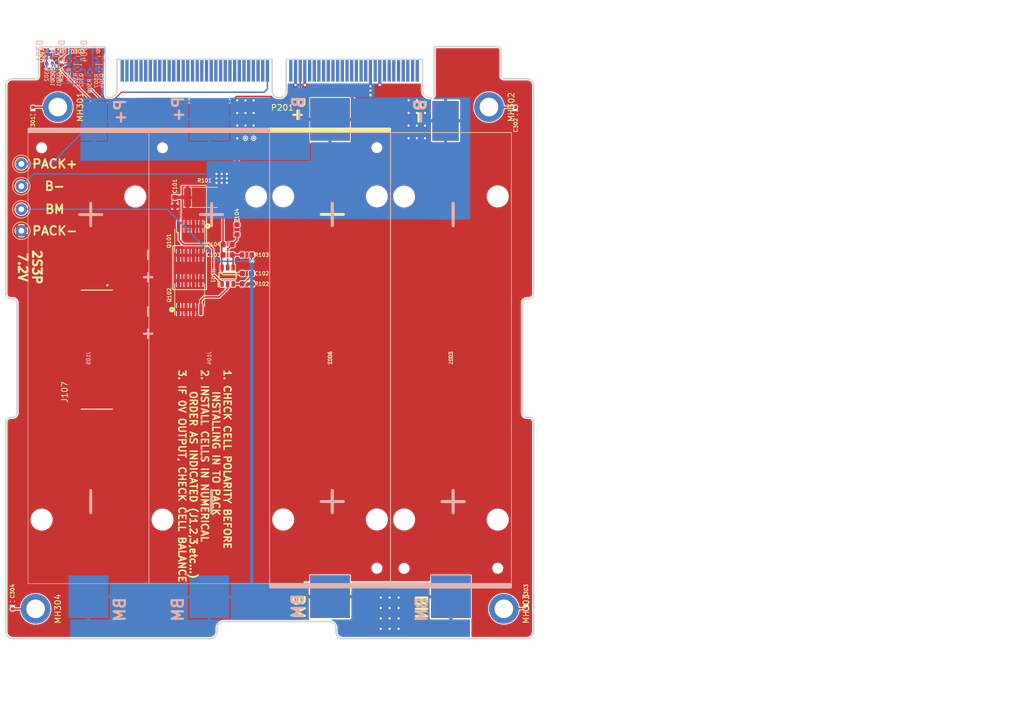
<source format=kicad_pcb>
(kicad_pcb (version 20211014) (generator pcbnew)
  (layers (0 "F.Cu" signal) (31 "B.Cu" signal) (34 "B.Paste" user) (35 "F.Paste" user) (36 "B.SilkS" user "B.Silkscreen") (37 "F.SilkS" user "F.Silkscreen") (38 "B.Mask" user) (39 "F.Mask" user) (44 "Edge.Cuts" user))
  (net 0 "")
  (net 1 "/VDD")
  (net 2 "B-")
  (net 3 "Net-(C101-Pad1)")
  (net 4 "PACK-")
  (net 5 "BM")
  (net 6 "PACK+")
  (net 7 "/V-")
  (net 8 "Net-(C103-Pad2)")
  (net 9 "Net-(D301-Pad1)")
  (net 10 "Net-(D301-Pad2)")
  (net 11 "Net-(D302-Pad1)")
  (net 12 "/SLI-Card/CHS")
  (net 13 "Net-(D302-Pad2)")
  (net 14 "Net-(D303-Pad1)")
  (net 15 "Net-(D303-Pad2)")
  (net 16 "Net-(D304-Pad1)")
  (net 17 "Net-(D304-Pad2)")
  (net 18 "/DOUT")
  (net 19 "/COUT")
  (net 20 "/Q1D_Q2S")
  (net 21 "/SLI-Card/SEP4")
  (net 22 "/SLI-Card/-X_SOLAR_PWR")
  (net 23 "/SLI-Card/-X_SOLAR_RTN")
  (net 24 "/SLI-Card/-X_SOLAR_TLE")
  (net 25 "/SLI-Card/H2-52")
  (net 26 "/SLI-Card/H1-52")
  (net 27 "/SLI-Card/H2-50")
  (net 28 "/SLI-Card/H1-50")
  (net 29 "/SLI-Card/USER_1")
  (net 30 "/SLI-Card/H1-46")
  (net 31 "/SLI-Card/H2-44")
  (net 32 "/SLI-Card/H1-44")
  (net 33 "/SLI-Card/H2-42")
  (net 34 "/SLI-Card/H1-42")
  (net 35 "/SLI-Card/H2-40")
  (net 36 "/SLI-Card/H1-40")
  (net 37 "/SLI-Card/H2-38")
  (net 38 "/SLI-Card/H1-38")
  (net 39 "/SLI-Card/H2-36")
  (net 40 "/SLI-Card/H1-36")
  (net 41 "/SLI-Card/H2-34")
  (net 42 "/SLI-Card/H1-34")
  (net 43 "/SLI-Card/5V_USB")
  (net 44 "/SLI-Card/SEP3")
  (net 45 "/SLI-Card/+Y_SOLAR_PWR")
  (net 46 "/SLI-Card/+Y_SOLAR_RTN")
  (net 47 "/SLI-Card/+Y_SOLAR_TLE")
  (net 48 "/SLI-Card/H2-51")
  (net 49 "/SLI-Card/H1-51")
  (net 50 "/SLI-Card/H2-49")
  (net 51 "/SLI-Card/USER_2")
  (net 52 "/SLI-Card/SELF_TEST")
  (net 53 "/SLI-Card/H1-45")
  (net 54 "/SLI-Card/H2-43")
  (net 55 "/SLI-Card/H1-43")
  (net 56 "/SLI-Card/H2-41")
  (net 57 "/SLI-Card/H1-41")
  (net 58 "/SLI-Card/H2-39")
  (net 59 "/SLI-Card/H1-39")
  (net 60 "/SLI-Card/H2-37")
  (net 61 "/SLI-Card/H1-37")
  (net 62 "/SLI-Card/H2-35")
  (net 63 "/SLI-Card/H1-35")
  (net 64 "/SLI-Card/H2-33")
  (net 65 "/SLI-Card/H1-33")
  (net 66 "/SLI-Card/AGND")
  (net 67 "/SLI-Card/H1-31")
  (net 68 "/SLI-Card/H2-28")
  (net 69 "/SLI-Card/H1-28")
  (net 70 "/SLI-Card/H2-26")
  (net 71 "/SLI-Card/H1-26")
  (net 72 "/SLI-Card/H2-24")
  (net 73 "/SLI-Card/H1-24")
  (net 74 "/SLI-Card/H2-22")
  (net 75 "/SLI-Card/H1-22")
  (net 76 "/SLI-Card/H2-20")
  (net 77 "/SLI-Card/H1-20")
  (net 78 "/SLI-Card/H2-18")
  (net 79 "/SLI-Card/H1-18")
  (net 80 "/SLI-Card/H2-16")
  (net 81 "/SLI-Card/H1-16")
  (net 82 "/SLI-Card/H2-14")
  (net 83 "/SLI-Card/H1-14")
  (net 84 "/SLI-Card/H2-12")
  (net 85 "/SLI-Card/H1-12")
  (net 86 "/SLI-Card/H2-10")
  (net 87 "/SLI-Card/H1-10")
  (net 88 "/SLI-Card/H2-8")
  (net 89 "/SLI-Card/H1-8")
  (net 90 "/SLI-Card/H2-6")
  (net 91 "/SLI-Card/H1-6")
  (net 92 "/SLI-Card/H2-4")
  (net 93 "/SLI-Card/H1-4")
  (net 94 "/SLI-Card/H2-2")
  (net 95 "/SLI-Card/+X_SOLAR_PWR")
  (net 96 "/SLI-Card/+X_SOLAR_RTN")
  (net 97 "/SLI-Card/+X_SOLAR_TLE")
  (net 98 "/SLI-Card/H1-27")
  (net 99 "/SLI-Card/H2-25")
  (net 100 "/SLI-Card/H1-25")
  (net 101 "/SLI-Card/H2-23")
  (net 102 "/SLI-Card/H1-23")
  (net 103 "/SLI-Card/H2-21")
  (net 104 "/SLI-Card/H1-21")
  (net 105 "/SLI-Card/H2-19")
  (net 106 "/SLI-Card/H1-19")
  (net 107 "/SLI-Card/H2-17")
  (net 108 "/SLI-Card/H1-17")
  (net 109 "/SLI-Card/H2-15")
  (net 110 "/SLI-Card/RBF")
  (net 111 "/SLI-Card/H2-13")
  (net 112 "/SLI-Card/H1-13")
  (net 113 "/SLI-Card/H2-11")
  (net 114 "/SLI-Card/H1-11")
  (net 115 "/SLI-Card/H2-9")
  (net 116 "/SLI-Card/H1-9")
  (net 117 "/SLI-Card/H2-7")
  (net 118 "/SLI-Card/H1-7")
  (net 119 "/SLI-Card/H2-5")
  (net 120 "/SLI-Card/H1-5")
  (net 121 "/SLI-Card/H2-3")
  (net 122 "/SLI-Card/H1-3")
  (net 123 "/SLI-Card/-Z_SOLAR_PWR")
  (net 124 "/SLI-Card/-Z_SOLAR_RTN")
  (net 125 "/SLI-Card/-Z_SOLAR_TLE")
  (net 126 "/SLI-Card/BUS_RESET")
  (net 127 "/SLI-Card/H1-30")
  (net 128 "/SLI-Card/SEP1")
  (net 129 "/SLI-Card/SEP2")
  (net 130 "Net-(Q301-Pad1)")
  (net 131 "Net-(Q302-Pad1)")
  (net 132 "Net-(Q303-Pad1)")
  (net 133 "Net-(Q304-Pad1)")
  (net 134 "/SLI-Card/H2-1")
  (net 135 "/SLI-Card/H1-1")
  (net 136 "/SLI-Card/3.3V_SYS")
  (net 137 "/SLI-Card/H1-2")
  (footprint "batteryboard-v01b_SLI_card:KEYSTONE-1042_ALT_J5" (layer "F.Cu") (at 129.2733 96.0501 -90)
    (fp_text reference "J103")
    (fp_text value "KEYSTONE-1042" hide)
  )
  (footprint "custom-footprints:SOT95P280X130-6N" (layer "F.Cu") (at 91.1225 81.9785 90)
    (fp_text reference "U101")
    (fp_text value "R5460N233AF" hide)
  )
  (footprint "batteryboard-v01b_SLI_card:KEYSTONE-1042" (layer "F.Cu") (at 108.6231 96.0247 90)
    (fp_text reference "J106")
    (fp_text value "KEYSTONE-1042" hide)
  )
  (footprint "Capacitor_SMD:C_0603_1608Metric" (layer "F.Cu") (at 91.1225 76.6445)
    (fp_text reference "C104")
    (fp_text value "0.1uF")
  )
  (footprint "Capacitor_SMD:C_0603_1608Metric" (layer "F.Cu") (at 91.1225 78.4225)
    (fp_text reference "C103")
    (fp_text value "0.1uF")
  )
  (footprint "Capacitor_SMD:C_0603_1608Metric" (layer "F.Cu") (at 94.4245 81.5975)
    (fp_text reference "C102")
    (fp_text value "0.1uF")
  )
  (footprint "Capacitor_SMD:C_0603_1608Metric" (layer "F.Cu") (at 82.1055 69.342 -90)
    (fp_text reference "C101")
    (fp_text value "0.1uF")
  )
  (footprint "Resistor_SMD:R_0603_1608Metric" (layer "F.Cu") (at 92.71 74.1045 -90)
    (fp_text reference "R104")
    (fp_text value "330")
  )
  (footprint "Resistor_SMD:R_0603_1608Metric" (layer "F.Cu") (at 94.4245 78.4225 180)
    (fp_text reference "R103")
    (fp_text value "330")
  )
  (footprint "Package_SO:SOIC-8_3.9x4.9mm_P1.27mm" (layer "F.Cu") (at 84.6455 85.2805 90)
    (fp_text reference "Q102")
    (fp_text value "IRF7458")
  )
  (footprint "Package_SO:SOIC-8_3.9x4.9mm_P1.27mm" (layer "F.Cu") (at 84.6455 76.0095 -90)
    (fp_text reference "Q101")
    (fp_text value "IRF7458")
  )
  (footprint "Resistor_SMD:R_0603_1608Metric" (layer "F.Cu") (at 94.4245 83.3755)
    (fp_text reference "R102")
    (fp_text value "1K")
  )
  (footprint "Resistor_SMD:R_2512_6332Metric" (layer "F.Cu") (at 87.249 68.58 180)
    (fp_text reference "R101")
    (fp_text value "0.01")
  )
  (footprint "TestPoint:TestPoint_Loop_D1.80mm_Drill1.0mm_Beaded" (layer "F.Cu") (at 55.88 66.675 90)
    (fp_text reference "TP101" hide)
    (fp_text value "TestPoint")
  )
  (footprint "TestPoint:TestPoint_Loop_D1.80mm_Drill1.0mm_Beaded" (layer "F.Cu") (at 55.88 70.612 90)
    (fp_text reference "TP102" hide)
    (fp_text value "TestPoint")
  )
  (footprint "TestPoint:TestPoint_Loop_D1.80mm_Drill1.0mm_Beaded" (layer "F.Cu") (at 55.88 74.295 90)
    (fp_text reference "TP103" hide)
    (fp_text value "TestPoint")
  )
  (footprint "TestPoint:TestPoint_Loop_D1.80mm_Drill1.0mm_Beaded" (layer "F.Cu") (at 55.88 62.865 90)
    (fp_text reference "TP104" hide)
    (fp_text value "TestPoint")
  )
  (footprint "Capacitor_SMD:C_0402_1005Metric" (layer "F.Cu") (at 57.8485 53.6575 90)
    (fp_text reference "C301")
    (fp_text value "0.1uF")
  )
  (footprint "Capacitor_SMD:C_0402_1005Metric" (layer "F.Cu") (at 140.2715 53.6575 90)
    (fp_text reference "C302")
    (fp_text value "0.1uF")
  )
  (footprint "Capacitor_SMD:C_0402_1005Metric" (layer "F.Cu") (at 142.113 138.3665 -90)
    (fp_text reference "C303")
    (fp_text value "0.1uF")
  )
  (footprint "Capacitor_SMD:C_0402_1005Metric" (layer "F.Cu") (at 54.356 138.43 -90)
    (fp_text reference "C304")
    (fp_text value "0.1uF")
  )
  (footprint "SLI-Blank-Card:APA2107x" (layer "F.Cu") (at 62.792178 43.59148 -90)
    (fp_text reference "D303")
    (fp_text value "GREEN")
  )
  (footprint "SLI-Blank-Card:125mil_hole" (layer "F.Cu") (at 62.1184 53.1572 90)
    (fp_text reference "MH301")
    (fp_text value "MountingHole_Pad")
  )
  (footprint "SLI-Blank-Card:125mil_hole" (layer "F.Cu") (at 135.7784 53.1572 90)
    (fp_text reference "MH302")
    (fp_text value "SLI-Backplane-Blank-Card-KiCad:125mil_hole")
  )
  (footprint "SLI-Blank-Card:125mil_hole" (layer "F.Cu") (at 138.3184 138.8872 90)
    (fp_text reference "MH303")
    (fp_text value "SLI-Backplane-Blank-Card-KiCad:125mil_hole")
  )
  (footprint "SLI-Blank-Card:125mil_hole" (layer "F.Cu") (at 58.3184 138.8872 90)
    (fp_text reference "MH304")
    (fp_text value "SLI-Backplane-Blank-Card-KiCad:125mil_hole")
  )
  (footprint "SLI-Blank-Card:HSEC8-160-CARD-EDGE" (layer "F.Cu") (at 98.72222 45.004353)
    (fp_text reference "P201")
    (fp_text value "Conn_02x60_Top_Bottom")
  )
  (footprint "Package_TO_SOT_SMD:SOT-723" (layer "F.Cu") (at 60.579 44.1706 90)
    (fp_text reference "Q303")
    (fp_text value "BC847BM3T5G")
  )
  (footprint "Resistor_SMD:R_0402_1005Metric" (layer "F.Cu") (at 62.6618 45.466 90)
    (fp_text reference "R306")
    (fp_text value "1.5k")
  )
  (footprint "Resistor_SMD:R_0402_1005Metric" (layer "F.Cu") (at 60.6806 45.6946)
    (fp_text reference "R305")
    (fp_text value "1.5k")
  )
  (footprint "S2M-110-02-F-D:SAMTEC_S2M-110-02-X-D" (layer "F.Cu") (at 68.3 94.6 90)
    (fp_text reference "J107")
    (fp_text value "SAMTEC_S2M-110-02-X-D")
  )
  (footprint "batteryboard-v01b_SLI_card:KEYSTONE-1042" (layer "B.Cu") (at 87.9983 96.0501 90)
    (fp_text reference "J104")
    (fp_text value "KEYSTONE-1042" hide)
  )
  (footprint "batteryboard-v01b_SLI_card:KEYSTONE-1042_ALT_J1" (layer "B.Cu") (at 129.2733 96.0247 -90)
    (fp_text reference "J101")
    (fp_text value "KEYSTONE-1042" hide)
  )
  (footprint "batteryboard-v01b_SLI_card:KEYSTONE-1042" (layer "B.Cu") (at 108.6231 96.0247 -90)
    (fp_text reference "J102")
    (fp_text value "KEYSTONE-1042" hide)
  )
  (footprint "batteryboard-v01b_SLI_card:KEYSTONE-1042_alt_J4" (layer "B.Cu") (at 67.3481 96.0501 90)
    (fp_text reference "J105")
    (fp_text value "KEYSTONE-1042" hide)
  )
  (footprint "SLI-Blank-Card:APA2107x" (layer "B.Cu") (at 61.392181 43.59148 -90)
    (fp_text reference "D301")
    (fp_text value "RED")
  )
  (footprint "SLI-Blank-Card:APA2107x" (layer "B.Cu") (at 65.192173 43.59148 -90)
    (fp_text reference "D302")
    (fp_text value "YELLOW")
  )
  (footprint "SLI-Blank-Card:APA2107x" (layer "B.Cu") (at 68.992191 43.59148 -90)
    (fp_text reference "D304")
    (fp_text value "ORANGE")
  )
  (footprint "Package_TO_SOT_SMD:SOT-723" (layer "B.Cu") (at 61.7474 45.1866)
    (fp_text reference "Q301")
    (fp_text value "MMBT4403M3T5G")
  )
  (footprint "Package_TO_SOT_SMD:SOT-723" (layer "B.Cu") (at 65.532 45.1866)
    (fp_text reference "Q302")
    (fp_text value "BC847BM3T5G")
  )
  (footprint "Package_TO_SOT_SMD:SOT-723" (layer "B.Cu") (at 69.2404 45.1866)
    (fp_text reference "Q304")
    (fp_text value "BC847BM3T5G")
  )
  (footprint "Resistor_SMD:R_0402_1005Metric" (layer "B.Cu") (at 60.198 45.2882 90)
    (fp_text reference "R302")
    (fp_text value "1.5k")
  )
  (footprint "Resistor_SMD:R_0402_1005Metric" (layer "B.Cu") (at 64.0334 45.2882 90)
    (fp_text reference "R304")
    (fp_text value "1.5k")
  )
  (footprint "Resistor_SMD:R_0402_1005Metric" (layer "B.Cu") (at 67.6148 47.244 90)
    (fp_text reference "R308")
    (fp_text value "1.5k")
  )
  (footprint "Resistor_SMD:R_0402_1005Metric" (layer "B.Cu") (at 61.6712 46.736)
    (fp_text reference "R301")
    (fp_text value "1.5k")
  )
  (footprint "Resistor_SMD:R_0402_1005Metric" (layer "B.Cu") (at 65.4812 46.736)
    (fp_text reference "R303")
    (fp_text value "1.5k")
  )
  (footprint "Resistor_SMD:R_0402_1005Metric" (layer "B.Cu") (at 69.1642 46.736)
    (fp_text reference "R307")
    (fp_text value "1.5k")
  )
  (gr_circle (center 87.7189 73.4949) (end 87.7443 73.4187) (layer "F.SilkS") (width 0.4) (fill none))
  (gr_circle (center 81.5975 87.7697) (end 81.6229 87.6935) (layer "F.SilkS") (width 0.4) (fill none))
  (gr_line (start 109.626402 142.773398) (end 109.626402 142.239998) (layer "Edge.Cuts") (width 0.254))
  (gr_arc (start 110.820202 143.967198) (mid 109.976058 143.617542) (end 109.626402 142.773398) (layer "Edge.Cuts") (width 0.254))
  (gr_line (start 64.742214 42.841363) (end 69.442149 42.841363) (layer "Edge.Cuts") (width 0.254))
  (gr_line (start 141.503402 105.409998) (end 141.503402 86.639398) (layer "Edge.Cuts") (width 0.254))
  (gr_arc (start 101.12221 50.37937) (mid 99.922212 51.579361) (end 98.72223 50.379354) (layer "Edge.Cuts") (width 0.254))
  (gr_arc (start 125.622219 51.579361) (mid 124.7737 51.227891) (end 124.422232 50.379371) (layer "Edge.Cuts") (width 0.254))
  (gr_arc (start 72.22222 50.329342) (mid 71.870751 51.177862) (end 71.022232 51.529331) (layer "Edge.Cuts") (width 0.254))
  (gr_arc (start 142.305524 48.3247) (mid 143.085375 48.647724) (end 143.408402 49.427575) (layer "Edge.Cuts") (width 0.254))
  (gr_line (start 126.422213 51.004361) (end 126.422213 44.904363) (layer "Edge.Cuts") (width 0.254))
  (gr_line (start 101.12221 50.379354) (end 101.12221 45.004363) (layer "Edge.Cuts") (width 0.254))
  (gr_line (start 98.72223 50.379354) (end 98.72223 45.004363) (layer "Edge.Cuts") (width 0.254))
  (gr_line (start 101.12222 45.004353) (end 124.422222 45.004353) (layer "Edge.Cuts") (width 0.254))
  (gr_line (start 70.222239 50.954331) (end 70.222239 44.854333) (layer "Edge.Cuts") (width 0.254))
  (gr_line (start 124.422232 50.379354) (end 124.422232 45.004363) (layer "Edge.Cuts") (width 0.254))
  (gr_arc (start 53.238402 49.425142) (mid 53.560715 48.64701) (end 54.338847 48.324697) (layer "Edge.Cuts") (width 0.254))
  (gr_line (start 125.62222 51.579361) (end 125.847213 51.579361) (layer "Edge.Cuts") (width 0.254))
  (gr_arc (start 58.822003 47.841541) (mid 58.68049 48.183184) (end 58.338847 48.324697) (layer "Edge.Cuts") (width 0.254))
  (gr_line (start 72.22222 50.329323) (end 72.22222 45.004353) (layer "Edge.Cuts") (width 0.254))
  (gr_arc (start 142.265402 106.171998) (mid 141.726587 105.948813) (end 141.503402 105.409998) (layer "Edge.Cuts") (width 0.254))
  (gr_line (start 70.797239 51.529331) (end 71.022232 51.529331) (layer "Edge.Cuts") (width 0.254))
  (gr_line (start 72.22222 45.00435) (end 98.72222 45.004353) (layer "Edge.Cuts") (width 0.254))
  (gr_line (start 127.04006 42.822678) (end 127.74679 42.822678) (layer "Edge.Cuts") (width 0.254))
  (gr_arc (start 126.422213 51.004364) (mid 126.253799 51.41095) (end 125.847213 51.579364) (layer "Edge.Cuts") (width 0.254))
  (gr_arc (start 54.000402 85.877398) (mid 53.461587 85.654213) (end 53.238402 85.115398) (layer "Edge.Cuts") (width 0.254))
  (gr_arc (start 58.822186 43.41637) (mid 58.990603 43.009775) (end 59.397198 42.841358) (layer "Edge.Cuts") (width 0.254))
  (gr_arc (start 143.408402 85.115398) (mid 143.185217 85.654213) (end 142.646402 85.877398) (layer "Edge.Cuts") (width 0.254))
  (gr_line (start 137.822185 47.841355) (end 137.822185 43.391372) (layer "Edge.Cuts") (width 0.254))
  (gr_arc (start 55.143402 105.409998) (mid 54.920217 105.948813) (end 54.381402 106.171998) (layer "Edge.Cuts") (width 0.254))
  (gr_arc (start 89.306402 142.239998) (mid 89.656058 141.395854) (end 90.500202 141.046198) (layer "Edge.Cuts") (width 0.254))
  (gr_line (start 53.238402 85.115398) (end 53.238402 49.425142) (layer "Edge.Cuts") (width 0.254))
  (gr_arc (start 142.646402 106.171998) (mid 143.185217 106.395183) (end 143.408402 106.933998) (layer "Edge.Cuts") (width 0.254))
  (gr_line (start 54.000402 85.877398) (end 54.381402 85.877398) (layer "Edge.Cuts") (width 0.254))
  (gr_arc (start 54.381402 85.877398) (mid 54.920217 86.100583) (end 55.143402 86.639398) (layer "Edge.Cuts") (width 0.254))
  (gr_arc (start 138.305527 48.324697) (mid 137.963753 48.183129) (end 137.822185 47.841355) (layer "Edge.Cuts") (width 0.254))
  (gr_arc (start 137.253494 42.822681) (mid 137.655619 42.989247) (end 137.822185 43.391372) (layer "Edge.Cuts") (width 0.254))
  (gr_line (start 89.306402 142.773398) (end 89.306402 142.239998) (layer "Edge.Cuts") (width 0.254))
  (gr_line (start 54.338847 48.324697) (end 58.338847 48.324697) (layer "Edge.Cuts") (width 0.254))
  (gr_arc (start 70.797239 51.529333) (mid 70.390653 51.360919) (end 70.222239 50.954333) (layer "Edge.Cuts") (width 0.254))
  (gr_line (start 143.408402 85.115398) (end 143.408402 49.427575) (layer "Edge.Cuts") (width 0.254))
  (gr_arc (start 53.238402 106.933998) (mid 53.461587 106.395183) (end 54.000402 106.171998) (layer "Edge.Cuts") (width 0.254))
  (gr_line (start 138.305527 48.324697) (end 142.305524 48.324697) (layer "Edge.Cuts") (width 0.254))
  (gr_line (start 58.822003 47.841541) (end 58.822003 43.415476) (layer "Edge.Cuts") (width 0.254))
  (gr_line (start 142.265402 106.171998) (end 142.646402 106.171998) (layer "Edge.Cuts") (width 0.254))
  (gr_arc (start 143.408402 142.773398) (mid 143.058746 143.617542) (end 142.214602 143.967198) (layer "Edge.Cuts") (width 0.254))
  (gr_arc (start 108.432602 141.046198) (mid 109.276746 141.395854) (end 109.626402 142.239998) (layer "Edge.Cuts") (width 0.254))
  (gr_arc (start 89.306402 142.773398) (mid 88.956746 143.617542) (end 88.112602 143.967198) (layer "Edge.Cuts") (width 0.254))
  (gr_line (start 142.265402 85.877398) (end 142.646402 85.877398) (layer "Edge.Cuts") (width 0.254))
  (gr_line (start 90.500202 141.046198) (end 108.432602 141.046198) (layer "Edge.Cuts") (width 0.254))
  (gr_line (start 70.222203 44.854351) (end 70.222203 42.84137) (layer "Edge.Cuts") (width 0.254))
  (gr_line (start 126.422177 44.904381) (end 126.422177 42.822681) (layer "Edge.Cuts") (width 0.254))
  (gr_line (start 126.422177 42.822681) (end 127.040068 42.822681) (layer "Edge.Cuts") (width 0.254))
  (gr_arc (start 141.503402 86.639398) (mid 141.726587 86.100583) (end 142.265402 85.877398) (layer "Edge.Cuts") (width 0.254))
  (gr_line (start 59.397198 42.841358) (end 64.742207 42.841358) (layer "Edge.Cuts") (width 0.254))
  (gr_line (start 127.74679 42.822678) (end 137.253494 42.822681) (layer "Edge.Cuts") (width 0.254))
  (gr_line (start 53.238393 142.697198) (end 53.238402 106.933998) (layer "Edge.Cuts") (width 0.254))
  (gr_line (start 69.442154 42.84137) (end 70.222203 42.84137) (layer "Edge.Cuts") (width 0.254))
  (gr_arc (start 54.356002 143.967198) (mid 53.534176 143.563661) (end 53.238402 142.697198) (layer "Edge.Cuts") (width 0.254))
  (gr_line (start 110.820202 143.967198) (end 142.214602 143.967198) (layer "Edge.Cuts") (width 0.254))
  (gr_line (start 143.408402 142.773398) (end 143.408402 106.933998) (layer "Edge.Cuts") (width 0.254))
  (gr_line (start 54.000402 106.171998) (end 54.381402 106.171998) (layer "Edge.Cuts") (width 0.254))
  (gr_line (start 54.356002 143.967195) (end 88.112602 143.967198) (layer "Edge.Cuts") (width 0.254))
  (gr_line (start 55.143402 105.409998) (end 55.143402 86.639398) (layer "Edge.Cuts") (width 0.254))
  (gr_text "BM" (at 103.0605 138.43 90) (layer "B.SilkS") (effects (font (size 1.905 1.905) (thickness 0.381)) (justify mirror)))
  (gr_text "BM" (at 82.6135 139.0015 90) (layer "B.SilkS") (effects (font (size 1.905 1.905) (thickness 0.381)) (justify mirror)))
  (gr_text "BM" (at 72.7075 139.0015 90) (layer "B.SilkS") (effects (font (size 1.905 1.905) (thickness 0.381)) (justify mirror)))
  (gr_text "BM" (at 124.2695 139.0015 90) (layer "B.SilkS") (effects (font (size 1.905 1.905) (thickness 0.381)) (justify mirror)))
  (gr_text "B-" (at 124.0155 53.975 90) (layer "B.SilkS") (effects (font (size 1.905 1.905) (thickness 0.381)) (justify mirror)))
  (gr_text "B-" (at 103.1875 53.467 90) (layer "B.SilkS") (effects (font (size 1.905 1.905) (thickness 0.381)) (justify mirror)))
  (gr_text "P+" (at 82.677 53.5305 90) (layer "B.SilkS") (effects (font (size 1.905 1.905) (thickness 0.381)) (justify mirror)))
  (gr_text "P+" (at 72.771 53.975 90) (layer "B.SilkS") (effects (font (size 1.905 1.905) (thickness 0.381)) (justify mirror)))
  (gr_text "- +" (at 77.4065 80.3275 90) (layer "B.SilkS") (effects (font (size 1.905 1.905) (thickness 0.381)) (justify mirror)))
  (gr_text "- +" (at 77.4065 89.9795 90) (layer "B.SilkS") (effects (font (size 1.905 1.905) (thickness 0.381)) (justify mirror)))
  (gr_text "BM" (at 124.1425 138.557 270) (layer "F.SilkS") (effects (font (size 1.905 1.905) (thickness 0.381))))
  (gr_text "B-" (at 123.8885 53.975 270) (layer "F.SilkS") (effects (font (size 1.905 1.905) (thickness 0.381))))
  (gr_text "P+" (at 103.1875 53.5305 270) (layer "F.SilkS") (effects (font (size 1.905 1.905) (thickness 0.381))))
  (gr_text "2S3P\n7.2V" (at 57.3405 80.518 -90) (layer "F.SilkS") (effects (font (size 1.5 1.5) (thickness 0.355))))
  (gr_text "1. CHECK CELL POLARITY BEFORE \n    INSTALLING IN TO PACK\n2. INSTALL CELLS IN NUMERICAL \n    ORDER AS INDICATED (J1,2,3,etc...)\n3. IF 0V OUTPUT, CHECK CELL BALANCE" (at 87.2 97.9 270) (layer "F.SilkS") (effects (font (size 1.2 1.2) (thickness 0.254)) (justify left)))
  (gr_text "PACK-" (at 61.595 74.295) (layer "F.SilkS") (effects (font (size 1.5 1.5) (thickness 0.3))))
  (gr_text "BM" (at 103.251 138.4935 270) (layer "F.SilkS") (effects (font (size 1.905 1.905) (thickness 0.381))))
  (gr_text "BM" (at 61.595 70.612) (layer "F.SilkS") (effects (font (size 1.5 1.5) (thickness 0.3))))
  (gr_text "B-" (at 61.595 66.675) (layer "F.SilkS") (effects (font (size 1.5 1.5) (thickness 0.3))))
  (gr_text "PACK+" (at 61.595 62.865) (layer "F.SilkS") (effects (font (size 1.5 1.5) (thickness 0.3))))
  (via (at 95.5675 58.4835) (size 0.5842) (drill 0.381) (layers "F.Cu" "B.Cu") (net 0))
  (via (at 94.1705 58.4835) (size 0.5842) (drill 0.381) (layers "F.Cu" "B.Cu") (net 0))
  (segment (start 91.8845 76.6445) (end 91.91 76.6445) (width 0.2794) (layer "F.Cu") (net 1))
  (segment (start 92.71 74.892) (end 92.71 75.8445) (width 0.2794) (layer "F.Cu") (net 1))
  (segment (start 91.1225 77.4065) (end 91.8845 76.6445) (width 0.2794) (layer "F.Cu") (net 1))
  (segment (start 91.1225 80.5785) (end 91.1225 77.4065) (width 0.2794) (layer "F.Cu") (net 1))
  (segment (start 92.71 75.8445) (end 91.91 76.6445) (width 0.2794) (layer "F.Cu") (net 1))
  (segment (start 90.1065 80.5125) (end 90.1065 78.4225) (width 0.2794) (layer "F.Cu") (net 2))
  (segment (start 90.1065 76.873) (end 90.335 76.6445) (width 0.2794) (layer "F.Cu") (net 2))
  (segment (start 90.4121 81.5975) (end 90.1725 81.3579) (width 0.2794) (layer "F.Cu") (net 2))
  (segment (start 90.335 76.6445) (end 90.335 68.766) (width 0.2794) (layer "F.Cu") (net 2))
  (segment (start 93.637 81.5975) (end 90.4121 81.5975) (width 0.2794) (layer "F.Cu") (net 2))
  (segment (start 90.1725 81.3579) (end 90.1725 80.5785) (width 0.2794) (layer "F.Cu") (net 2))
  (segment (start 90.1725 80.5785) (end 90.1065 80.5125) (width 0.2794) (layer "F.Cu") (net 2))
  (segment (start 90.335 68.766) (end 90.149 68.58) (width 0.2794) (layer "F.Cu") (net 2))
  (segment (start 90.1065 78.4225) (end 90.1065 76.873) (width 0.2794) (layer "F.Cu") (net 2))
  (segment (start 90.335 78.4225) (end 90.1065 78.4225) (width 0.2794) (layer "F.Cu") (net 2))
  (via (at 90.1065 65.3415) (size 0.5842) (drill 0.381) (layers "F.Cu" "B.Cu") (net 2))
  (via (at 90.1065 64.5795) (size 0.5842) (drill 0.381) (layers "F.Cu" "B.Cu") (net 2))
  (via (at 90.1065 66.1035) (size 0.5842) (drill 0.381) (layers "F.Cu" "B.Cu") (net 2))
  (via (at 90.9955 65.3415) (size 0.5842) (drill 0.381) (layers "F.Cu" "B.Cu") (net 2))
  (via (at 90.9955 66.1035) (size 0.5842) (drill 0.381) (layers "F.Cu" "B.Cu") (net 2))
  (via (at 90.9955 64.5795) (size 0.5842) (drill 0.381) (layers "F.Cu" "B.Cu") (net 2))
  (via (at 124.841 54.1655) (size 0.5842) (drill 0.381) (layers "F.Cu" "B.Cu") (net 2))
  (via (at 122.047 54.1655) (size 0.5842) (drill 0.381) (layers "F.Cu" "B.Cu") (net 2))
  (via (at 124.841 58.4835) (size 0.5842) (drill 0.381) (layers "F.Cu" "B.Cu") (net 2))
  (via (at 123.444 58.4835) (size 0.5842) (drill 0.381) (layers "F.Cu" "B.Cu") (net 2))
  (via (at 123.444 52.0065) (size 0.5842) (drill 0.381) (layers "F.Cu" "B.Cu") (net 2))
  (via (at 122.047 58.4835) (size 0.5842) (drill 0.381) (layers "F.Cu" "B.Cu") (net 2))
  (via (at 123.444 54.1655) (size 0.5842) (drill 0.381) (layers "F.Cu" "B.Cu") (net 2))
  (via (at 124.841 56.3245) (size 0.5842) (drill 0.381) (layers "F.Cu" "B.Cu") (net 2))
  (via (at 123.444 56.3245) (size 0.5842) (drill 0.381) (layers "F.Cu" "B.Cu") (net 2))
  (via (at 122.047 56.3245) (size 0.5842) (drill 0.381) (layers "F.Cu" "B.Cu") (net 2))
  (via (at 122.047 52.0065) (size 0.5842) (drill 0.381) (layers "F.Cu" "B.Cu") (net 2))
  (via (at 89.2175 66.1035) (size 0.5842) (drill 0.381) (layers "F.Cu" "B.Cu") (net 2))
  (via (at 89.2175 64.5795) (size 0.5842) (drill 0.381) (layers "F.Cu" "B.Cu") (net 2))
  (via (at 89.2175 65.3415) (size 0.5842) (drill 0.381) (layers "F.Cu" "B.Cu") (net 2))
  (segment (start 57.9755 64.5795) (end 89.2175 64.5795) (width 0.254) (layer "B.Cu") (net 2))
  (segment (start 55.88 66.675) (end 57.9755 64.5795) (width 0.254) (layer "B.Cu") (net 2))
  (segment (start 82.1055 68.5545) (end 84.3235 68.5545) (width 0.6096) (layer "F.Cu") (net 3))
  (segment (start 84.3235 68.5545) (end 84.349 68.58) (width 0.6096) (layer "F.Cu") (net 3))
  (segment (start 65.532 48.4886) (end 65.4939 48.5267) (width 0.254) (layer "F.Cu") (net 4))
  (segment (start 65.5193 48.4886) (end 65.4939 48.4632) (width 0.254) (layer "F.Cu") (net 4))
  (segment (start 117.12222 49.37478) (end 117.12222 49.37478) (width 0.508) (layer "F.Cu") (net 4))
  (segment (start 102.72222 49.403) (end 102.72222 49.403) (width 0.508) (layer "F.Cu") (net 4))
  (segment (start 104.32222 49.403) (end 104.32222 49.403) (width 0.508) (layer "F.Cu") (net 4))
  (segment (start 61.3699 44.7456) (end 60.979 44.7456) (width 0.254) (layer "F.Cu") (net 4))
  (segment (start 104.32222 47.586573) (end 104.32222 49.403) (width 0.508) (layer "F.Cu") (net 4))
  (segment (start 61.8109 45.1866) (end 61.3699 44.7456) (width 0.254) (layer "F.Cu") (net 4))
  (segment (start 65.4939 48.4632) (end 65.4939 46.5836) (width 0.2032) (layer "F.Cu") (net 4))
  (segment (start 117.12222 47.531353) (end 117.12222 49.37478) (width 0.508) (layer "F.Cu") (net 4))
  (segment (start 65.4939 46.5836) (end 66.1289 45.9486) (width 0.2032) (layer "F.Cu") (net 4))
  (segment (start 102.72222 47.574073) (end 102.72222 49.403) (width 0.508) (layer "F.Cu") (net 4))
  (via (at 66.1289 45.9486) (size 0.381) (drill 0.1524) (layers "F.Cu" "B.Cu") (net 4))
  (via (at 65.4939 48.4632) (size 0.381) (drill 0.1524) (layers "F.Cu" "B.Cu") (net 4))
  (via (at 61.8109 45.1866) (size 0.381) (drill 0.1524) (layers "F.Cu" "B.Cu") (net 4))
  (via (at 117.12222 49.37478) (size 0.5842) (drill 0.381) (layers "F.Cu" "B.Cu") (net 4))
  (via (at 102.72222 49.403) (size 0.5842) (drill 0.381) (layers "F.Cu" "B.Cu") (net 4))
  (via (at 104.32222 49.403) (size 0.5842) (drill 0.381) (layers "F.Cu" "B.Cu") (net 4))
  (segment (start 66.5226 48.4886) (end 66.5226 48.4886) (width 0.2032) (layer "B.Cu") (net 4))
  (segment (start 68.3768 48.4886) (end 66.8528 48.4886) (width 0.2032) (layer "B.Cu") (net 4))
  (segment (start 68.6654 44.7866) (end 68.6753 44.7866) (width 0.2032) (layer "B.Cu") (net 4))
  (segment (start 65.4939 45.7327) (end 65.7098 45.9486) (width 0.2032) (layer "B.Cu") (net 4))
  (segment (start 65.5193 48.4886) (end 65.4939 48.4632) (width 0.2032) (layer "B.Cu") (net 4))
  (segment (start 65.4939 45.3235) (end 65.4939 45.7327) (width 0.2032) (layer "B.Cu") (net 4))
  (segment (start 66.8528 48.4886) (end 65.5193 48.4886) (width 0.2032) (layer "B.Cu") (net 4))
  (segment (start 65.7098 45.9486) (end 66.1289 45.9486) (width 0.2032) (layer "B.Cu") (net 4))
  (segment (start 68.6654 44.7866) (end 69.12741 45.24861) (width 0.2032) (layer "B.Cu") (net 4))
  (segment (start 66.8528 48.4886) (end 66.5226 48.4886) (width 0.2032) (layer "B.Cu") (net 4))
  (segment (start 64.957 44.7866) (end 65.4939 45.3235) (width 0.2032) (layer "B.Cu") (net 4))
  (segment (start 62.1812 46.736) (end 63.3984 46.736) (width 0.254) (layer "B.Cu") (net 4))
  (segment (start 69.17559 47.68981) (end 68.5292 48.3362) (width 0.2032) (layer "B.Cu") (net 4))
  (segment (start 68.5292 48.3362) (end 68.3768 48.4886) (width 0.2032) (layer "B.Cu") (net 4))
  (segment (start 62.3224 46.5948) (end 62.1812 46.736) (width 0.254) (layer "B.Cu") (net 4))
  (segment (start 63.3984 46.736) (end 64.0334 47.371) (width 0.254) (layer "B.Cu") (net 4))
  (segment (start 69.15281 46.400386) (end 69.15281 47.71259) (width 0.2032) (layer "B.Cu") (net 4))
  (segment (start 62.3224 45.1866) (end 61.8744 45.1866) (width 0.254) (layer "B.Cu") (net 4))
  (segment (start 102.72222 47.404353) (end 102.72222 49.23328) (width 0.508) (layer "B.Cu") (net 4))
  (segment (start 69.15281 47.71259) (end 68.9102 47.9552) (width 0.2032) (layer "B.Cu") (net 4))
  (segment (start 65.1256 48.4632) (end 65.4939 48.4632) (width 0.254) (layer "B.Cu") (net 4))
  (segment (start 62.3224 45.8816) (end 62.1812 46.0228) (width 0.254) (layer "B.Cu") (net 4))
  (segment (start 69.12741 45.24861) (end 69.12741 46.374986) (width 0.2032) (layer "B.Cu") (net 4))
  (segment (start 104.30972 49.23328) (end 104.32222 49.22078) (width 0.508) (layer "B.Cu") (net 4))
  (segment (start 64.0334 47.371) (end 65.1256 48.4632) (width 0.254) (layer "B.Cu") (net 4))
  (segment (start 102.72222 49.403) (end 104.30972 49.403) (width 0.508) (layer "B.Cu") (net 4))
  (segment (start 69.12741 47.73799) (end 68.9102 47.9552) (width 0.2032) (layer "B.Cu") (net 4))
  (segment (start 62.1812 46.0228) (end 62.1812 46.736) (width 0.254) (layer "B.Cu") (net 4))
  (segment (start 68.9102 47.9552) (end 68.5292 48.3362) (width 0.2032) (layer "B.Cu") (net 4))
  (segment (start 62.3224 45.1866) (end 62.3224 45.8816) (width 0.254) (layer "B.Cu") (net 4))
  (segment (start 117.12222 47.404353) (end 117.12222 49.24778) (width 0.508) (layer "B.Cu") (net 4))
  (segment (start 69.12741 46.374986) (end 69.15281 46.400386) (width 0.2032) (layer "B.Cu") (net 4))
  (segment (start 95.212 79.464002) (end 95.25 79.502002) (width 0.2794) (layer "F.Cu") (net 5))
  (segment (start 95.212 78.4225) (end 95.212 79.464002) (width 0.2794) (layer "F.Cu") (net 5))
  (via (at 118.8085 142.3035) (size 0.5842) (drill 0.381) (layers "F.Cu" "B.Cu") (net 5))
  (via (at 118.8085 138.7475) (size 0.5842) (drill 0.381) (layers "F.Cu" "B.Cu") (net 5))
  (via (at 118.8085 140.5255) (size 0.5842) (drill 0.381) (layers "F.Cu" "B.Cu") (net 5))
  (via (at 118.8085 136.9695) (size 0.5842) (drill 0.381) (layers "F.Cu" "B.Cu") (net 5))
  (via (at 120.3325 136.9695) (size 0.5842) (drill 0.381) (layers "F.Cu" "B.Cu") (net 5))
  (via (at 120.3325 138.7475) (size 0.5842) (drill 0.381) (layers "F.Cu" "B.Cu") (net 5))
  (via (at 120.3325 142.3035) (size 0.5842) (drill 0.381) (layers "F.Cu" "B.Cu") (net 5))
  (via (at 120.3325 140.5255) (size 0.5842) (drill 0.381) (layers "F.Cu" "B.Cu") (net 5))
  (via (at 117.2845 142.3035) (size 0.5842) (drill 0.381) (layers "F.Cu" "B.Cu") (net 5))
  (via (at 117.2845 138.7475) (size 0.5842) (drill 0.381) (layers "F.Cu" "B.Cu") (net 5))
  (via (at 95.25 79.502002) (size 0.5842) (drill 0.381) (layers "F.Cu" "B.Cu") (net 5))
  (via (at 117.2845 136.9695) (size 0.5842) (drill 0.381) (layers "F.Cu" "B.Cu") (net 5))
  (via (at 117.2845 140.5255) (size 0.5842) (drill 0.381) (layers "F.Cu" "B.Cu") (net 5))
  (segment (start 55.88 70.612) (end 80.772 70.612) (width 0.254) (layer "B.Cu") (net 5))
  (segment (start 95.25 79.502002) (end 95.25 138.938) (width 0.508) (layer "B.Cu") (net 5))
  (segment (start 80.772 70.612) (end 89.662002 79.502002) (width 0.254) (layer "B.Cu") (net 5))
  (segment (start 89.662002 79.502002) (end 95.25 79.502002) (width 0.254) (layer "B.Cu") (net 5))
  (segment (start 115.52222 50.33978) (end 115.52222 50.33978) (width 0.508) (layer "F.Cu") (net 6))
  (segment (start 91.8845 57.2135) (end 92.7735 56.3245) (width 0.6096) (layer "F.Cu") (net 6))
  (segment (start 92.71 73.317) (end 92.71 57.2135) (width 0.6096) (layer "F.Cu") (net 6))
  (segment (start 115.52222 47.404353) (end 115.52222 49.60922) (width 0.508) (layer "F.Cu") (net 6))
  (segment (start 115.52222 49.60922) (end 115.52222 50.33978) (width 0.508) (layer "F.Cu") (net 6))
  (segment (start 115.52222 51.10178) (end 115.52222 50.33978) (width 0.508) (layer "F.Cu") (net 6))
  (via (at 94.1705 56.3245) (size 0.5842) (drill 0.381) (layers "F.Cu" "B.Cu") (net 6))
  (via (at 94.1705 54.1655) (size 0.5842) (drill 0.381) (layers "F.Cu" "B.Cu") (net 6))
  (via (at 95.5675 56.3245) (size 0.5842) (drill 0.381) (layers "F.Cu" "B.Cu") (net 6))
  (via (at 95.5675 54.1655) (size 0.5842) (drill 0.381) (layers "F.Cu" "B.Cu") (net 6))
  (via (at 95.5675 52.0065) (size 0.5842) (drill 0.381) (layers "F.Cu" "B.Cu") (net 6))
  (via (at 115.52222 49.60922) (size 0.5842) (drill 0.381) (layers "F.Cu" "B.Cu") (net 6))
  (via (at 92.7735 56.3245) (size 0.5842) (drill 0.381) (layers "F.Cu" "B.Cu") (net 6))
  (via (at 94.1705 52.0065) (size 0.5842) (drill 0.381) (layers "F.Cu" "B.Cu") (net 6))
  (via (at 115.52222 51.10178) (size 0.5842) (drill 0.381) (layers "F.Cu" "B.Cu") (net 6))
  (via (at 115.52222 50.33978) (size 0.5842) (drill 0.381) (layers "F.Cu" "B.Cu") (net 6))
  (via (at 92.7735 52.0065) (size 0.5842) (drill 0.381) (layers "F.Cu" "B.Cu") (net 6))
  (via (at 92.7735 54.1655) (size 0.5842) (drill 0.381) (layers "F.Cu" "B.Cu") (net 6))
  (via (at 92.7735 58.4835) (size 0.5842) (drill 0.381) (layers "F.Cu" "B.Cu") (net 6))
  (segment (start 69.6742 49.0875) (end 69.6742 49.405) (width 0.2032) (layer "B.Cu") (net 6))
  (segment (start 115.52222 49.60922) (end 115.52222 49.60922) (width 0.508) (layer "B.Cu") (net 6))
  (segment (start 68.2731 55.5751) (end 60.9832 62.865) (width 0.254) (layer "B.Cu") (net 6))
  (segment (start 115.52222 50.33978) (end 115.52222 50.97478) (width 0.508) (layer "B.Cu") (net 6))
  (segment (start 69.6742 46.736) (end 69.6742 51.8648) (width 0.254) (layer "B.Cu") (net 6))
  (segment (start 69.6742 49.0875) (end 69.6742 51.8648) (width 0.254) (layer "B.Cu") (net 6))
  (segment (start 115.52222 47.404353) (end 115.52222 49.60922) (width 0.508) (layer "B.Cu") (net 6))
  (segment (start 60.9832 62.865) (end 55.88 62.865) (width 0.254) (layer "B.Cu") (net 6))
  (segment (start 93.7895 83.3755) (end 95.212 81.953) (width 0.2794) (layer "F.Cu") (net 7))
  (segment (start 93.634 83.3785) (end 93.637 83.3755) (width 0.2794) (layer "F.Cu") (net 7))
  (segment (start 93.637 83.3755) (end 93.7895 83.3755) (width 0.2794) (layer "F.Cu") (net 7))
  (segment (start 95.212 81.953) (end 95.212 81.5975) (width 0.2794) (layer "F.Cu") (net 7))
  (segment (start 92.0725 83.3785) (end 93.634 83.3785) (width 0.2794) (layer "F.Cu") (net 7))
  (segment (start 92.0725 80.5785) (end 92.0725 78.585) (width 0.2794) (layer "F.Cu") (net 8))
  (segment (start 92.0725 78.585) (end 91.91 78.4225) (width 0.2794) (layer "F.Cu") (net 8))
  (segment (start 91.91 78.4225) (end 93.637 78.4225) (width 0.2794) (layer "F.Cu") (net 8))
  (segment (start 62.3224 43.591699) (end 62.322181 43.59148) (width 0.2032) (layer "B.Cu") (net 9))
  (segment (start 61.1724 44.3326) (end 61.91352 43.59148) (width 0.254) (layer "B.Cu") (net 9))
  (segment (start 61.1724 44.7866) (end 61.1724 44.3326) (width 0.254) (layer "B.Cu") (net 9))
  (segment (start 61.91352 43.59148) (end 62.322181 43.59148) (width 0.254) (layer "B.Cu") (net 9))
  (segment (start 60.198 44.7782) (end 60.198 44.577) (width 0.2032) (layer "B.Cu") (net 10))
  (segment (start 60.198 44.7782) (end 60.3016 44.7782) (width 0.2032) (layer "B.Cu") (net 10))
  (segment (start 60.198 44.577) (end 60.462181 44.312819) (width 0.2032) (layer "B.Cu") (net 10))
  (segment (start 60.462181 44.312819) (end 60.462181 43.59148) (width 0.2032) (layer "B.Cu") (net 10))
  (segment (start 66.107 45.1866) (end 66.107 43.606653) (width 0.2032) (layer "B.Cu") (net 11))
  (segment (start 66.107 43.606653) (end 66.122173 43.59148) (width 0.2032) (layer "B.Cu") (net 11))
  (segment (start 58.2956 138.91) (end 58.3184 138.8872) (width 0.254) (layer "F.Cu") (net 12))
  (segment (start 57.8485 53.1775) (end 62.0981 53.1775) (width 0.254) (layer "F.Cu") (net 12))
  (segment (start 140.2715 53.1775) (end 135.7987 53.1775) (width 0.254) (layer "F.Cu") (net 12))
  (segment (start 54.356 138.91) (end 58.2956 138.91) (width 0.254) (layer "F.Cu") (net 12))
  (segment (start 142.113 138.8465) (end 138.3591 138.8465) (width 0.254) (layer "F.Cu") (net 12))
  (segment (start 62.0981 53.1775) (end 62.1184 53.1572) (width 0.254) (layer "F.Cu") (net 12))
  (segment (start 138.3591 138.8465) (end 138.3184 138.8872) (width 0.254) (layer "F.Cu") (net 12))
  (segment (start 135.7987 53.1775) (end 135.7784 53.1572) (width 0.254) (layer "F.Cu") (net 12))
  (segment (start 64.262173 44.549427) (end 64.0334 44.7782) (width 0.2032) (layer "B.Cu") (net 13))
  (segment (start 64.262173 43.59148) (end 64.262173 44.549427) (width 0.2032) (layer "B.Cu") (net 13))
  (segment (start 60.579 43.5956) (end 61.858058 43.5956) (width 0.2032) (layer "F.Cu") (net 14))
  (segment (start 61.858058 43.5956) (end 61.862178 43.59148) (width 0.2032) (layer "F.Cu") (net 14))
  (segment (start 62.6618 44.956) (end 62.6618 44.9326) (width 0.2032) (layer "F.Cu") (net 15))
  (segment (start 62.6618 44.9326) (end 63.722178 43.872222) (width 0.2032) (layer "F.Cu") (net 15))
  (segment (start 63.722178 43.872222) (end 63.722178 43.59148) (width 0.2032) (layer "F.Cu") (net 15))
  (segment (start 69.8154 45.1866) (end 69.8154 44.450393) (width 0.2032) (layer "B.Cu") (net 16))
  (segment (start 69.891993 44.3738) (end 69.891993 43.59148) (width 0.2032) (layer "B.Cu") (net 16))
  (segment (start 69.8154 44.450393) (end 69.891993 44.3738) (width 0.2032) (layer "B.Cu") (net 16))
  (segment (start 68.062191 43.59148) (end 68.062191 46.286609) (width 0.2032) (layer "B.Cu") (net 17))
  (segment (start 68.062191 46.286609) (end 67.6148 46.734) (width 0.2032) (layer "B.Cu") (net 17))
  (segment (start 88.5825 77.4065) (end 88.5825 81.5975) (width 0.2794) (layer "F.Cu") (net 18))
  (segment (start 83.6295 76.6445) (end 87.8205 76.6445) (width 0.2794) (layer "F.Cu") (net 18))
  (segment (start 90.1725 83.1875) (end 90.1725 83.3785) (width 0.2794) (layer "F.Cu") (net 18))
  (segment (start 82.8675 75.8825) (end 83.6295 76.6445) (width 0.2794) (layer "F.Cu") (net 18))
  (segment (start 82.7405 73.5345) (end 82.8675 73.6615) (width 0.2794) (layer "F.Cu") (net 18))
  (segment (start 88.5825 81.5975) (end 90.1725 83.1875) (width 0.2794) (layer "F.Cu") (net 18))
  (segment (start 87.8205 76.6445) (end 88.5825 77.4065) (width 0.2794) (layer "F.Cu") (net 18))
  (segment (start 82.8675 73.6615) (end 82.8675 75.8825) (width 0.2794) (layer "F.Cu") (net 18))
  (segment (start 91.1225 84.1579) (end 89.6824 85.598) (width 0.2794) (layer "F.Cu") (net 19))
  (segment (start 86.5505 86.1695) (end 86.5505 87.7555) (width 0.2794) (layer "F.Cu") (net 19))
  (segment (start 89.6824 85.598) (end 87.122 85.598) (width 0.2794) (layer "F.Cu") (net 19))
  (segment (start 87.122 85.598) (end 86.5505 86.1695) (width 0.2794) (layer "F.Cu") (net 19))
  (segment (start 91.1225 83.3785) (end 91.1225 84.1579) (width 0.2794) (layer "F.Cu") (net 19))
  (segment (start 60.198 46.5836) (end 60.198 46.5836) (width 0.254) (layer "F.Cu") (net 43))
  (segment (start 60.198 46.5836) (end 62.0542 46.5836) (width 0.254) (layer "F.Cu") (net 43))
  (segment (start 62.6618 45.976) (end 63.1337 45.976) (width 0.254) (layer "F.Cu") (net 43))
  (segment (start 63.1551 45.976) (end 63.3349 45.7962) (width 0.2032) (layer "F.Cu") (net 43))
  (segment (start 62.6618 45.976) (end 63.1551 45.976) (width 0.2032) (layer "F.Cu") (net 43))
  (segment (start 68.016556 52.192356) (end 70.162856 52.192356) (width 0.254) (layer "F.Cu") (net 43))
  (segment (start 101.419274 51.939179) (end 103.52222 49.836233) (width 0.254) (layer "F.Cu") (net 43))
  (segment (start 70.353356 52.192356) (end 91.817006 52.192356) (width 0.254) (layer "F.Cu") (net 43))
  (segment (start 103.52222 49.836233) (end 103.52222 47.404353) (width 0.254) (layer "F.Cu") (net 43))
  (segment (start 68.443056 52.192356) (end 70.162856 52.192356) (width 0.254) (layer "F.Cu") (net 43))
  (segment (start 92.120213 51.889149) (end 92.659226 51.350136) (width 0.254) (layer "F.Cu") (net 43))
  (segment (start 62.6618 45.976) (end 62.6618 46.8376) (width 0.254) (layer "F.Cu") (net 43))
  (segment (start 64.64935 48.82515) (end 68.016556 52.192356) (width 0.254) (layer "F.Cu") (net 43))
  (segment (start 60.198 46.5836) (end 62.4078 46.5836) (width 0.254) (layer "F.Cu") (net 43))
  (segment (start 62.4078 46.5836) (end 62.8015 46.9773) (width 0.254) (layer "F.Cu") (net 43))
  (segment (start 65.67435 49.85015) (end 64.64935 48.82515) (width 0.254) (layer "F.Cu") (net 43))
  (segment (start 99.156569 51.939179) (end 101.419274 51.939179) (width 0.254) (layer "F.Cu") (net 43))
  (segment (start 98.567526 51.350136) (end 99.156569 51.939179) (width 0.254) (layer "F.Cu") (net 43))
  (segment (start 69.403769 52.192356) (end 70.353356 52.192356) (width 0.254) (layer "F.Cu") (net 43))
  (segment (start 92.659226 51.350136) (end 98.567526 51.350136) (width 0.254) (layer "F.Cu") (net 43))
  (segment (start 62.8015 46.9773) (end 63.3369 47.5127) (width 0.254) (layer "F.Cu") (net 43))
  (segment (start 70.162856 52.192356) (end 70.353356 52.192356) (width 0.254) (layer "F.Cu") (net 43))
  (segment (start 62.6618 46.8376) (end 62.8015 46.9773) (width 0.254) (layer "F.Cu") (net 43))
  (segment (start 91.817006 52.192356) (end 92.659226 51.350136) (width 0.254) (layer "F.Cu") (net 43))
  (segment (start 64.64935 48.82515) (end 62.4078 46.5836) (width 0.254) (layer "F.Cu") (net 43))
  (via (at 60.198 46.5836) (size 0.381) (drill 0.1524) (layers "F.Cu" "B.Cu") (net 43))
  (via (at 63.3349 45.7962) (size 0.381) (drill 0.1524) (layers "F.Cu" "B.Cu") (net 43))
  (segment (start 67.6128 47.752) (end 67.6148 47.754) (width 0.2032) (layer "B.Cu") (net 43))
  (segment (start 60.198 46.5836) (end 60.198 45.7982) (width 0.254) (layer "B.Cu") (net 43))
  (segment (start 63.3369 45.7982) (end 63.3349 45.7962) (width 0.2032) (layer "B.Cu") (net 43))
  (segment (start 66.9544 47.752) (end 67.1576 47.752) (width 0.2032) (layer "B.Cu") (net 43))
  (segment (start 64.0334 46.596502) (end 65.188898 47.752) (width 0.2032) (layer "B.Cu") (net 43))
  (segment (start 65.188898 47.752) (end 65.5066 47.752) (width 0.2032) (layer "B.Cu") (net 43))
  (segment (start 64.0334 45.7982) (end 64.0334 46.596502) (width 0.2032) (layer "B.Cu") (net 43))
  (segment (start 64.0334 45.7982) (end 63.3369 45.7982) (width 0.2032) (layer "B.Cu") (net 43))
  (segment (start 67.1576 47.752) (end 67.6128 47.752) (width 0.2032) (layer "B.Cu") (net 43))
  (segment (start 66.6242 46.736) (end 66.8274 46.9392) (width 0.2032) (layer "B.Cu") (net 43))
  (segment (start 66.8274 46.9392) (end 66.8274 47.7139) (width 0.2032) (layer "B.Cu") (net 43))
  (segment (start 66.8655 47.752) (end 67.1576 47.752) (width 0.2032) (layer "B.Cu") (net 43))
  (segment (start 65.9912 46.736) (end 66.6242 46.736) (width 0.2032) (layer "B.Cu") (net 43))
  (segment (start 66.8274 47.7139) (end 66.8655 47.752) (width 0.2032) (layer "B.Cu") (net 43))
  (segment (start 65.5066 47.752) (end 66.8655 47.752) (width 0.2032) (layer "B.Cu") (net 43))
  (segment (start 61.1724 46.7248) (end 61.1612 46.736) (width 0.2032) (layer "B.Cu") (net 130))
  (segment (start 61.1724 45.5866) (end 61.1724 46.7248) (width 0.2032) (layer "B.Cu") (net 130))
  (segment (start 64.957 46.7218) (end 64.9712 46.736) (width 0.2032) (layer "B.Cu") (net 131))
  (segment (start 64.957 45.5866) (end 64.957 46.7218) (width 0.2032) (layer "B.Cu") (net 131))
  (segment (start 60.179 45.6862) (end 60.1706 45.6946) (width 0.2032) (layer "F.Cu") (net 132))
  (segment (start 60.179 44.7456) (end 60.179 45.6862) (width 0.2032) (layer "F.Cu") (net 132))
  (segment (start 68.6542 46.736) (end 68.6542 45.5978) (width 0.2032) (layer "B.Cu") (net 133))
  (segment (start 68.6542 45.5978) (end 68.6654 45.5866) (width 0.2032) (layer "B.Cu") (net 133))
  (segment (start 61.1906 45.6946) (end 61.0362 45.6946) (width 0.2032) (layer "F.Cu") (net 136))
  (segment (start 61.6204 46.1137) (end 61.6204 46.1137) (width 0.254) (layer "F.Cu") (net 136))
  (segment (start 61.2013 45.6946) (end 61.6204 46.1137) (width 0.254) (layer "F.Cu") (net 136))
  (segment (start 61.1906 45.6946) (end 61.2013 45.6946) (width 0.254) (layer "F.Cu") (net 136))
  (segment (start 73.8378 50.6222) (end 73.8378 50.6222) (width 0.2032) (layer "F.Cu") (net 136))
  (segment (start 71.734254 51.862146) (end 72.9742 50.6222) (width 0.2032) (layer "F.Cu") (net 136))
  (segment (start 67.945 50.2666) (end 69.540546 51.862146) (width 0.2032) (layer "F.Cu") (net 136))
  (segment (start 72.9742 50.6222) (end 73.8378 50.6222) (width 0.2032) (layer "F.Cu") (net 136))
  (segment (start 69.540546 51.862146) (end 71.734254 51.862146) (width 0.2032) (layer "F.Cu") (net 136))
  (via (at 61.6204 46.1137) (size 0.381) (drill 0.1524) (layers "F.Cu" "B.Cu") (net 136))
  (via (at 67.945 50.2666) (size 0.381) (drill 0.1524) (layers "F.Cu" "B.Cu") (net 136))
  (via (at 73.8378 50.6222) (size 0.381) (drill 0.1524) (layers "F.Cu" "B.Cu") (net 136))
  (segment (start 61.6839 46.1772) (end 61.6204 46.1137) (width 0.2032) (layer "B.Cu") (net 136))
  (segment (start 62.738 49.0982) (end 62.738 49.0982) (width 0.2032) (layer "B.Cu") (net 136))
  (segment (start 67.945 50.2666) (end 67.945 50.2666) (width 0.2032) (layer "B.Cu") (net 136))
  (segment (start 66.7766 49.0982) (end 67.945 50.2666) (width 0.2032) (layer "B.Cu") (net 136))
  (segment (start 62.738 49.0982) (end 66.7766 49.0982) (width 0.2032) (layer "B.Cu") (net 136))
  (segment (start 61.70799 46.484488) (end 61.70799 48.06819) (width 0.2032) (layer "B.Cu") (net 136))
  (segment (start 61.6204 46.396898) (end 61.70799 46.484488) (width 0.2032) (layer "B.Cu") (net 136))
  (segment (start 73.8378 50.6222) (end 97.3582 50.6222) (width 0.254) (layer "B.Cu") (net 136))
  (segment (start 61.6204 46.1137) (end 61.6204 46.396898) (width 0.2032) (layer "B.Cu") (net 136))
  (segment (start 97.92222 50.05818) (end 97.92222 47.404353) (width 0.254) (layer "B.Cu") (net 136))
  (segment (start 61.70799 48.06819) (end 62.738 49.0982) (width 0.2032) (layer "B.Cu") (net 136))
  (segment (start 97.3582 50.6222) (end 97.92222 50.05818) (width 0.254) (layer "B.Cu") (net 136))
  (zone (net 2) (net_name "B-") (layer "F.Cu") (priority 2) (connect_pads (clearance 0.1524)) (min_thickness 0.1524) (fill yes (thermal_gap 0.1524) (thermal_bridge_width 0.508))
    (polygon (pts (xy 91.44 71.1835) (xy 88.646 71.1835) (xy 88.646 64.135) (xy 91.44 64.135)))
  )
  (zone (net 2) (net_name "B-") (layer "F.Cu") (priority 2) (connect_pads (clearance 0.1524)) (min_thickness 0.1524) (fill yes (thermal_gap 0.254) (thermal_bridge_width 0.508))
    (polygon (pts (xy 130.794125 59.182) (xy 121.0945 59.182) (xy 121.0945 51.816) (xy 130.825875 51.816)))
  )
  (zone (net 4) (net_name "PACK-") (layer "F.Cu") (connect_pads (clearance 0.1524)) (min_thickness 0.254) (fill yes (thermal_gap 0.1524) (thermal_bridge_width 0.508))
    (polygon (pts (xy 70.231 42.799) (xy 70.231 49.149) (xy 126.365 49.149) (xy 126.492 42.799) (xy 143.557625 42.799) (xy 143.47825 143.8275) (xy 53.086 144.018) (xy 53.165375 42.799)))
  )
  (zone (net 6) (net_name "PACK+") (layer "F.Cu") (priority 3) (connect_pads (clearance 0.254)) (min_thickness 0.1524) (fill yes (thermal_gap 0.1524) (thermal_bridge_width 0.508))
    (polygon (pts (xy 112.7125 51.4985) (xy 112.649 59.1185) (xy 83.947 59.1185) (xy 84.0105 51.4985)))
  )
  (zone (net 3) (net_name "Net-(C101-Pad1)") (layer "F.Cu") (priority 3) (connect_pads (clearance 0.1524)) (min_thickness 0.1524) (fill yes (thermal_gap 0.127) (thermal_bridge_width 0.508))
    (polygon (pts (xy 83.2485 66.6115) (xy 87.4395 66.6115) (xy 87.4395 76.6445) (xy 83.2485 76.6445)))
  )
  (zone (net 20) (net_name "/Q1D_Q2S") (layer "F.Cu") (priority 3) (connect_pads (clearance 0.1524)) (min_thickness 0.1524) (fill yes (thermal_gap 0.127) (thermal_bridge_width 0.508))
    (polygon (pts (xy 87.4395 76.8985) (xy 87.4395 84.2645) (xy 81.8515 84.2645) (xy 81.8515 76.8985)))
  )
  (zone (net 5) (net_name "BM") (layer "F.Cu") (priority 3) (connect_pads (clearance 0.254)) (min_thickness 0.1524) (fill yes (thermal_gap 0.254) (thermal_bridge_width 0.508))
    (polygon (pts (xy 132.5245 134.4295) (xy 132.5245 144.0815) (xy 104.3305 144.0815) (xy 104.3305 134.4295)))
  )
  (zone (net 6) (net_name "PACK+") (layer "B.Cu") (priority 3) (connect_pads (clearance 0.1524)) (min_thickness 0.1524) (fill yes (thermal_gap 0.1524) (thermal_bridge_width 0.508))
    (polygon (pts (xy 75.1205 51.59375) (xy 78.1685 51.562) (xy 96.647 51.562) (xy 99.7585 51.53025) (xy 99.7585 49.149) (xy 116.205 49.149) (xy 116.205 51.4985) (xy 105.156 51.450875) (xy 105.20045 62.190313) (xy 65.9765 62.357) (xy 65.9765 59.1185) (xy 65.913 51.562)))
  )
  (zone (net 2) (net_name "B-") (layer "B.Cu") (priority 2) (connect_pads (clearance 0.1524)) (min_thickness 0.1524) (fill yes (thermal_gap 0.254) (thermal_bridge_width 0.508))
    (polygon (pts (xy 132.588 51.4985) (xy 132.5245 72.39) (xy 87.5665 72.1995) (xy 87.503 51.4985)))
  )
  (zone (net 5) (net_name "BM") (layer "B.Cu") (priority 3) (connect_pads (clearance 0.1524)) (min_thickness 0.1524) (fill yes (thermal_gap 0.254) (thermal_bridge_width 0.508))
    (polygon (pts (xy 132.5245 134.4295) (xy 132.5245 144.0815) (xy 64.1985 144.0815) (xy 64.1985 134.4295)))
  )
)
</source>
